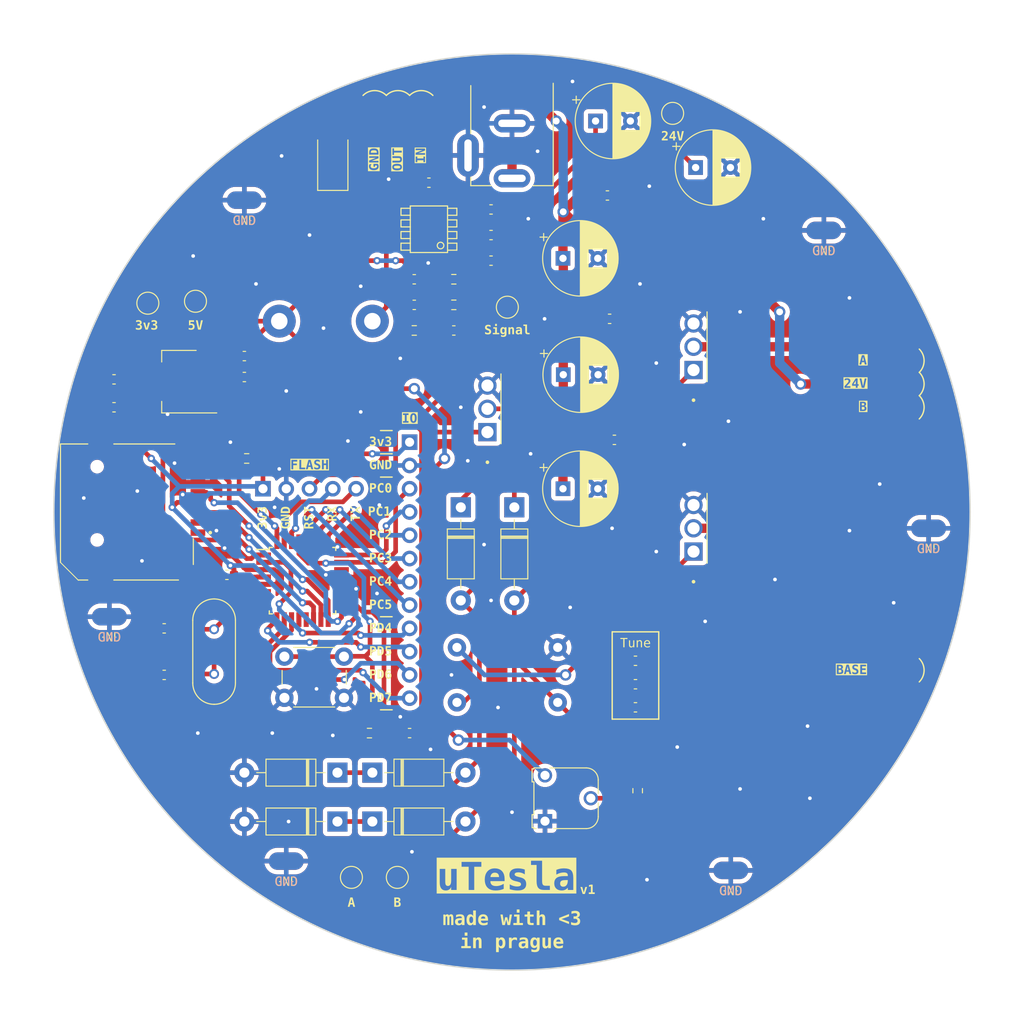
<source format=kicad_pcb>
(kicad_pcb (version 20221018) (generator pcbnew)
  (layers (0 "F.Cu" signal) (31 "B.Cu" signal) (34 "B.Paste" user) (35 "F.Paste" user) (36 "B.SilkS" user "B.Silkscreen") (37 "F.SilkS" user "F.Silkscreen") (38 "B.Mask" user) (39 "F.Mask" user) (44 "Edge.Cuts" user))
  (net 0 "")
  (net 1 "+24V")
  (net 2 "GND")
  (net 3 "Net-(U1-BST)")
  (net 4 "Net-(D1-K)")
  (net 5 "+5V")
  (net 6 "Net-(U1-FB)")
  (net 7 "+3V3")
  (net 8 "Net-(U3-XTAL1{slash}PB6)")
  (net 9 "Net-(U3-XTAL2{slash}PB7)")
  (net 10 "Net-(J2-Pin_3)")
  (net 11 "Net-(U3-~{RESET}{slash}PC6)")
  (net 12 "/Contacts/Base")
  (net 13 "Net-(D2-K)")
  (net 14 "Net-(D2-A)")
  (net 15 "Net-(D3-A)")
  (net 16 "Net-(D4-K)")
  (net 17 "Net-(D5-K)")
  (net 18 "Net-(J2-Pin_4)")
  (net 19 "Net-(J2-Pin_5)")
  (net 20 "Net-(J3-Pin_3)")
  (net 21 "Net-(J3-Pin_4)")
  (net 22 "Net-(J3-Pin_5)")
  (net 23 "Net-(J3-Pin_6)")
  (net 24 "Net-(J3-Pin_7)")
  (net 25 "Net-(J3-Pin_8)")
  (net 26 "Net-(J3-Pin_9)")
  (net 27 "Net-(J3-Pin_10)")
  (net 28 "Net-(J3-Pin_11)")
  (net 29 "Net-(J3-Pin_12)")
  (net 30 "/Microcontroller/Card")
  (net 32 "/Microcontroller/MISO")
  (net 33 "/Microcontroller/SCK")
  (net 34 "/Microcontroller/MOSI")
  (net 35 "/Microcontroller/CS")
  (net 37 "/Contacts/A")
  (net 38 "/Contacts/B")
  (net 39 "/Driver/Signal")
  (net 40 "Net-(R6-Pad2)")
  (net 41 "Net-(U1-DIM)")
  (net 47 "Net-(J1-Pad4)")
  (footprint "IRFZ44N:TO254P1016X419X2286-3" (layer "F.Cu") (at 137.018 77.6405 90)
    (fp_text reference "Q1" hide)
    (fp_text value "IRFZ44N")
  )
  (footprint "Resistor_SMD:R_0603_1608Metric" (layer "F.Cu") (at 110.744 83.058 180)
    (fp_text reference "R5" hide)
    (fp_text value "10k")
  )
  (footprint "Transformer_THT:Transformer_Toroid_Horizontal_D9.0mm_Amidon-T30" (layer "F.Cu") (at 144.692 103.68 180)
    (fp_text reference "T1" hide)
    (fp_text value "1:1")
  )
  (footprint "IRFZ44N:TO254P1016X419X2286-3" (layer "F.Cu") (at 159.512 90.678 90)
    (fp_text reference "Q3" hide)
    (fp_text value "IRFZ44N")
  )
  (footprint "Diode_THT:D_DO-41_SOD81_P10.16mm_Horizontal" (layer "F.Cu") (at 120.65 122.682 180)
    (fp_text reference "D7" hide)
    (fp_text value "1N5352")
  )
  (footprint "Package_QFP:TQFP-32_7x7mm_P0.8mm" (layer "F.Cu") (at 116.84 96.393)
    (fp_text reference "U3" hide)
    (fp_text value "ATmega328P-A")
  )
  (footprint "Resistor_SMD:R_0603_1608Metric" (layer "F.Cu") (at 124.142 113.03)
    (fp_text reference "R4" hide)
    (fp_text value "10k")
  )
  (footprint "Capacitor_SMD:C_0603_1608Metric" (layer "F.Cu") (at 153.175 107.696 180)
    (fp_text reference "C19" hide)
    (fp_text value "Tune")
  )
  (footprint "HC-49_U-S16000000ABJB:XTAL_HC49P488W43L1150T466H350" (layer "F.Cu") (at 107.188 104.14 -90)
    (fp_text reference "Y1" hide)
    (fp_text value "HC-49 16MHz")
  )
  (footprint "Capacitor_SMD:C_0603_1608Metric" (layer "F.Cu") (at 150.355 67.818)
    (fp_text reference "C22" hide)
    (fp_text value "1uF")
  )
  (footprint "Capacitor_SMD:C_0603_1608Metric" (layer "F.Cu") (at 153.175 105.137304 180)
    (fp_text reference "C18" hide)
    (fp_text value "Tune")
  )
  (footprint "Diode_THT:D_DO-41_SOD81_P10.16mm_Horizontal" (layer "F.Cu") (at 120.65 117.348 180)
    (fp_text reference "D6" hide)
    (fp_text value "1N5352")
  )
  (footprint "Resistor_SMD:R_0603_1608Metric" (layer "F.Cu") (at 133.35 63.5 180)
    (fp_text reference "R3" hide)
    (fp_text value "10k")
  )
  (footprint "TestPoint:TestPoint_Pad_D2.0mm" (layer "F.Cu") (at 139.192 66.548)
    (fp_text reference "TP4" hide)
    (fp_text value "Signal")
  )
  (footprint "TestPoint:TestPoint_Pad_D2.0mm" (layer "F.Cu") (at 105.156 65.9)
    (fp_text reference "TP2" hide)
    (fp_text value "5V")
  )
  (footprint "Capacitor_SMD:C_0603_1608Metric" (layer "F.Cu") (at 101.741 101.6 180)
    (fp_text reference "C14" hide)
    (fp_text value "22pF")
  )
  (footprint "Capacitor_THT:CP_Radial_D8.0mm_P3.80mm" (layer "F.Cu") (at 145.263349 86.36)
    (fp_text reference "C26" hide)
    (fp_text value "100uF")
  )
  (footprint "Capacitor_SMD:C_0603_1608Metric" (layer "F.Cu") (at 128.524 113.03 180)
    (fp_text reference "C16" hide)
    (fp_text value "100nF")
  )
  (footprint "TestPoint:TestPoint_Pad_D2.0mm" (layer "F.Cu") (at 99.955 66.11)
    (fp_text reference "TP3" hide)
    (fp_text value "3V3")
  )
  (footprint "Diode_THT:D_DO-41_SOD81_P10.16mm_Horizontal" (layer "F.Cu") (at 134.112 88.392 -90)
    (fp_text reference "D2" hide)
    (fp_text value "1N5819")
  )
  (footprint "Diode_THT:D_DO-41_SOD81_P10.16mm_Horizontal" (layer "F.Cu") (at 139.954 88.392 -90)
    (fp_text reference "D3" hide)
    (fp_text value "1N5819")
  )
  (footprint "Capacitor_SMD:C_0603_1608Metric" (layer "F.Cu") (at 110.49 74.168)
    (fp_text reference "C11" hide)
    (fp_text value "10uF")
  )
  (footprint "Capacitor_THT:CP_Radial_D8.0mm_P3.80mm" (layer "F.Cu") (at 148.819349 46.228)
    (fp_text reference "C1" hide)
    (fp_text value "100uF")
  )
  (footprint "DC-005:NINIGI_DC-005" (layer "F.Cu") (at 139.7 49.982 -90)
    (fp_text reference "J1" hide)
    (fp_text value "DC-005")
  )
  (footprint "Package_TO_SOT_SMD:SOT-223-3_TabPin2" (layer "F.Cu") (at 103.378 74.676 180)
    (fp_text reference "U2" hide)
    (fp_text value "AMS1117-3.3")
  )
  (footprint "Capacitor_SMD:C_0603_1608Metric" (layer "F.Cu") (at 153.175 110.217304 180)
    (fp_text reference "C20" hide)
    (fp_text value "Tune")
  )
  (footprint "Custom:SolderPad-1pin" (layer "F.Cu") (at 110.49 54.864)
    (fp_text reference "J7" hide)
    (fp_text value "~")
  )
  (footprint "Capacitor_SMD:C_0603_1608Metric" (layer "F.Cu") (at 101.741 106.68 180)
    (fp_text reference "C15" hide)
    (fp_text value "22pF")
  )
  (footprint "Potentiometer_THT:Potentiometer_Runtron_RM-065_Vertical" (layer "F.Cu") (at 143.302 122.642 90)
    (fp_text reference "RV1" hide)
    (fp_text value "1k")
  )
  (footprint "Resistor_SMD:R_0603_1608Metric" (layer "F.Cu") (at 133.35 66.294)
    (fp_text reference "R2" hide)
    (fp_text value "240k")
  )
  (footprint "Connector_PinHeader_2.54mm:PinHeader_1x12_P2.54mm_Vertical" (layer "F.Cu") (at 128.524 81.28)
    (fp_text reference "J3" hide)
    (fp_text value "IO")
  )
  (footprint "TestPoint:TestPoint_Pad_D2.0mm" (layer "F.Cu") (at 122.174 128.778)
    (fp_text reference "TP5" hide)
    (fp_text value "A")
  )
  (footprint "Capacitor_SMD:C_0603_1608Metric" (layer "F.Cu") (at 129.032 66.294 180)
    (fp_text reference "C8" hide)
    (fp_text value "470uF")
  )
  (footprint "Capacitor_THT:CP_Radial_D8.0mm_P3.80mm" (layer "F.Cu") (at 159.741349 51.308)
    (fp_text reference "C2" hide)
    (fp_text value "100uF")
  )
  (footprint "IRFZ44N:TO254P1016X419X2286-3" (layer "F.Cu") (at 159.512 70.866 90)
    (fp_text reference "Q2" hide)
    (fp_text value "IRFZ44N")
  )
  (footprint "Custom:SolderPad-1pin" (layer "F.Cu") (at 115.062 127)
    (fp_text reference "J9" hide)
    (fp_text value "~")
  )
  (footprint "Capacitor_SMD:C_0603_1608Metric" (layer "F.Cu") (at 110.49 71.882)
    (fp_text reference "C10" hide)
    (fp_text value "22uF")
  )
  (footprint "Custom:SolderPad-3pin" (layer "F.Cu") (at 127.254 45.974 -90)
    (fp_text reference "J19" hide)
    (fp_text value "~")
  )
  (footprint "Diode_SMD:D_SMA" (layer "F.Cu") (at 120.142 50.292 90)
    (fp_text reference "D1" hide)
    (fp_text value "SS110")
  )
  (footprint "Custom:SolderPad-1pin" (layer "F.Cu") (at 95.758 100.33)
    (fp_text reference "J8" hide)
    (fp_text value "~")
  )
  (footprint "Capacitor_SMD:C_0603_1608Metric" (layer "F.Cu") (at 137.414 55.88)
    (fp_text reference "C3" hide)
    (fp_text value "22uF")
  )
  (footprint "Custom:SolderPad-1pin" (layer "F.Cu") (at 163.576 128.016)
    (fp_text reference "J10" hide)
    (fp_text value "~")
  )
  (footprint "Capacitor_SMD:C_0603_1608Metric" (layer "F.Cu") (at 137.414 61.468)
    (fp_text reference "C5" hide)
    (fp_text value "2.2uF")
  )
  (footprint "Capacitor_SMD:C_0603_1608Metric" (layer "F.Cu") (at 96.266 74.422 180)
    (fp_text reference "C13" hide)
    (fp_text value "22uF")
  )
  (footprint "Capacitor_SMD:C_0603_1608Metric" (layer "F.Cu") (at 133.35 69.088)
    (fp_text reference "C9" hide)
    (fp_text value "100nF")
  )
  (footprint "Button_Switch_THT:SW_PUSH_6mm" (layer "F.Cu") (at 114.86 104.684)
    (fp_text reference "SW1" hide)
    (fp_text value "RST")
  )
  (footprint "Capacitor_SMD:C_0603_1608Metric" (layer "F.Cu") (at 150.876 81.026)
    (fp_text reference "C23" hide)
    (fp_text value "1uF")
  )
  (footprint "Custom:SolderPad-1pin" (layer "F.Cu") (at 185.166 90.678)
    (fp_text reference "J11" hide)
    (fp_text value "~")
  )
  (footprint "Capacitor_SMD:C_0603_1608Metric" (layer "F.Cu") (at 137.414 58.674)
    (fp_text reference "C4" hide)
    (fp_text value "22uF")
  )
  (footprint "Connector_PinHeader_2.54mm:PinHeader_1x05_P2.54mm_Vertical" (layer "F.Cu") (at 112.522 86.36 90)
    (fp_text reference "J2" hide)
    (fp_text value "Flash")
  )
  (footprint "Custom:SolderPad-1pin" (layer "F.Cu") (at 173.736 58.166)
    (fp_text reference "J12" hide)
    (fp_text value "~")
  )
  (footprint "TestPoint:TestPoint_Pad_D2.0mm" (layer "F.Cu") (at 157.231651 45.393)
    (fp_text reference "TP1" hide)
    (fp_text value "24V")
  )
  (footprint "TestPoint:TestPoint_Pad_D2.0mm" (layer "F.Cu") (at 127.184 128.778)
    (fp_text reference "TP6" hide)
    (fp_text value "B")
  )
  (footprint "Resistor_SMD:R_0603_1608Metric" (layer "F.Cu") (at 153.416 119.317 -90)
    (fp_text reference "R6" hide)
    (fp_text value "200R")
  )
  (footprint "Custom:SolderPad-3pin" (layer "F.Cu") (at 181.61 74.93)
    (fp_text reference "J5" hide)
    (fp_text value "~")
  )
  (footprint "Resistor_SMD:R_0603_1608Metric" (layer "F.Cu") (at 129.032 69.088 180)
    (fp_text reference "R1" hide)
    (fp_text value "470R")
  )
  (footprint "Capacitor_SMD:C_0603_1608Metric" (layer "F.Cu") (at 130.6322 52.959 180)
    (fp_text reference "C6" hide)
    (fp_text value "100nF")
  )
  (footprint "Capacitor_THT:CP_Radial_D8.0mm_P3.80mm" (layer "F.Cu") (at 145.263349 61.214)
    (fp_text reference "C24" hide)
    (fp_text value "100uF")
  )
  (footprint "Capacitor_SMD:C_0603_1608Metric" (layer "F.Cu") (at 96.266 77.47 180)
    (fp_text reference "C12" hide)
    (fp_text value "10uF")
  )
  (footprint "Inductor_THT:L_Toroid_Vertical_L26.7mm_W14.0mm_P10.16mm_Pulse_D" (layer "F.Cu") (at 124.46 68.072 -90)
    (fp_text reference "L1" hide)
    (fp_text value "33uH")
  )
  (footprint "MP9486A:SOIC-8EP" (layer "F.Cu") (at 130.6322 58.039 180)
    (fp_text reference "U1" hide)
    (fp_text value "MP9486A")
  )
  (footprint "Diode_THT:D_DO-41_SOD81_P10.16mm_Horizontal" (layer "F.Cu") (at 124.46 122.682)
    (fp_text reference "D5" hide)
    (fp_text value "1N5349")
  )
  (footprint "Custom:SolderPad-1pin" (layer "F.Cu") (at 181.61 106.172)
    (fp_text reference "J6" hide)
    (fp_text value "~")
  )
  (footprint "Capacitor_SMD:C_0603_1608Metric" (layer "F.Cu") (at 108.585 95.758 180)
    (fp_text reference "C17" hide)
    (fp_text value "100nF")
  )
  (footprint "Capacitor_SMD:C_0603_1608Metric" (layer "F.Cu") (at 150.114 54.356)
    (fp_text reference "C21" hide)
    (fp_text value "1uF")
  )
  (footprint "Diode_THT:D_DO-41_SOD81_P10.16mm_Horizontal" (layer "F.Cu") (at 124.46 117.348)
    (fp_text reference "D4" hide)
    (fp_text value "1N5349")
  )
  (footprint "MSD-1-A:CUI_MSD-1-A" (layer "F.Cu") (at 97.6705 88.9 -90)
    (fp_text reference "J4" hide)
    (fp_text value "MSD-1-A")
  )
  (footprint "Capacitor_THT:CP_Radial_D8.0mm_P3.80mm" (layer "F.Cu") (at 145.298 73.914)
    (fp_text reference "C25" hide)
    (fp_text value "100uF")
  )
  (footprint "Capacitor_SMD:C_0603_1608Metric" (layer "F.Cu") (at 129.032 63.5 180)
    (fp_text reference "C7" hide)
    (fp_text value "100nF")
  )
  (footprint "Custom:SolderPad-1pin" (layer "B.Cu") (at 163.576 128.016 180)
    (fp_text reference "J16" hide)
    (fp_text value "~")
  )
  (footprint "Custom:SolderPad-1pin" (layer "B.Cu") (at 185.166 90.678 180)
    (fp_text reference "J17" hide)
    (fp_text value "~")
  )
  (footprint "Custom:SolderPad-1pin" (layer "B.Cu") (at 95.758 100.33 180)
    (fp_text reference "J14" hide)
    (fp_text value "~")
  )
  (footprint "Custom:SolderPad-1pin" (layer "B.Cu") (at 110.49 54.864 180)
    (fp_text reference "J13" hide)
    (fp_text value "~")
  )
  (footprint "Custom:SolderPad-1pin" (layer "B.Cu") (at 173.736 58.166 180)
    (fp_text reference "J18" hide)
    (fp_text value "~")
  )
  (footprint "Custom:SolderPad-1pin" (layer "B.Cu") (at 115.062 127 180)
    (fp_text reference "J15" hide)
    (fp_text value "~")
  )
  (gr_line (start 126.619 110.49) (end 125.349 110.49) (stroke (width 0.15)) (layer "F.SilkS"))
  (gr_line (start 126.619 80.01) (end 125.349 80.01) (stroke (width 0.15)) (layer "F.SilkS"))
  (gr_arc (start 125.984 43.434) (mid 127.254 42.907949) (end 128.524 43.434) (stroke (width 0.15)) (layer "F.SilkS"))
  (gr_line (start 125.349 85.09) (end 126.619 85.09) (stroke (width 0.15)) (layer "F.SilkS"))
  (gr_arc (start 184.15 73.66) (mid 184.676051 74.93) (end 184.15 76.2) (stroke (width 0.15)) (layer "F.SilkS"))
  (gr_line (start 125.349 100.33) (end 126.619 100.33) (stroke (width 0.15)) (layer "F.SilkS"))
  (gr_arc (start 184.15 71.12) (mid 184.676051 72.39) (end 184.15 73.66) (stroke (width 0.15)) (layer "F.SilkS"))
  (gr_line (start 126.619 82.55) (end 125.349 82.55) (stroke (width 0.15)) (layer "F.SilkS"))
  (gr_line (start 150.635 111.506) (end 155.715 111.506) (stroke (width 0.15)) (layer "F.SilkS"))
  (gr_line (start 150.635 101.981) (end 155.715 101.981) (stroke (width 0.15)) (layer "F.SilkS"))
  (gr_arc (start 184.15 104.902) (mid 184.676051 106.172) (end 184.15 107.442) (stroke (width 0.15)) (layer "F.SilkS"))
  (gr_arc (start 184.15 76.2) (mid 184.676051 77.47) (end 184.15 78.74) (stroke (width 0.15)) (layer "F.SilkS"))
  (gr_line (start 150.635 101.981) (end 150.635 111.506) (stroke (width 0.15)) (layer "F.SilkS"))
  (gr_arc (start 128.524 43.434) (mid 129.794 42.907949) (end 131.064 43.434) (stroke (width 0.15)) (layer "F.SilkS"))
  (gr_arc (start 123.444 43.434) (mid 124.714 42.907949) (end 125.984 43.434) (stroke (width 0.15)) (layer "F.SilkS"))
  (gr_line (start 155.715 101.981) (end 155.715 111.506) (stroke (width 0.15)) (layer "F.SilkS"))
  (gr_circle (center 139.7 88.9) (end 189.7 88.9) (stroke (width 0.15)) (fill none) (layer "Edge.Cuts"))
  (gr_text "GND" (at 110.49 57.15) (layer "B.SilkS") (effects (font (size 1 1)) (justify mirror)))
  (gr_text "GND" (at 115.062 129.286) (layer "B.SilkS") (effects (font (size 1 1)) (justify mirror)))
  (gr_text "GND" (at 163.576 130.302) (layer "B.SilkS") (effects (font (size 1 1)) (justify mirror)))
  (gr_text "GND" (at 95.758 102.616) (layer "B.SilkS") (effects (font (size 1 1)) (justify mirror)))
  (gr_text "GND" (at 173.736 60.452) (layer "B.SilkS") (effects (font (size 1 1)) (justify mirror)))
  (gr_text "GND" (at 185.166 92.964) (layer "B.SilkS") (effects (font (size 1 1)) (justify mirror)))
  (gr_text "3v3" (at 126.619 81.28) (layer "F.SilkS") (effects (font (size 1 1) (thickness 0.2) bold) (justify right)))
  (gr_text "uTesla" (at 139.065 128.905) (layer "F.SilkS" knockout) (effects (font (size 3 3) (thickness 0.2) bold)))
  (gr_text "PC2" (at 126.619 91.44) (layer "F.SilkS") (effects (font (size 1 1) (thickness 0.2) bold) (justify right)))
  (gr_text "PC5" (at 126.619 99.06) (layer "F.SilkS") (effects (font (size 1 1) (thickness 0.2) bold) (justify right)))
  (gr_text "Tune" (at 153.175 103.251) (layer "F.SilkS") (effects (font (size 1 1))))
  (gr_text "PD5" (at 126.619 104.14) (layer "F.SilkS") (effects (font (size 1 1) (thickness 0.2) bold) (justify right)))
  (gr_text "GND" (at 124.714 49.149 90) (layer "F.SilkS" knockout) (effects (font (size 1 1) (thickness 0.2) bold) (justify right)))
  (gr_text "made with <3\nin prague" (at 139.7 134.62) (layer "F.SilkS") (effects (font (size 1.5 1.5) (thickness 0.2) bold)))
  (gr_text "GND" (at 163.576 130.302) (layer "F.SilkS") (effects (font (size 1 1))))
  (gr_text "BASE" (at 178.435 106.172) (layer "F.SilkS" knockout) (effects (font (size 1 1) (thickness 0.2) bold) (justify right)))
  (gr_text "GND" (at 115.062 129.286) (layer "F.SilkS") (effects (font (size 1 1))))
  (gr_text "GND" (at 95.758 102.616) (layer "F.SilkS") (effects (font (size 1 1))))
  (gr_text "Signal" (at 139.192 69.088) (layer "F.SilkS") (effects (font (size 1 1) (thickness 0.2) bold)))
  (gr_text "PD6" (at 126.619 106.68) (layer "F.SilkS") (effects (font (size 1 1) (thickness 0.2) bold) (justify right)))
  (gr_text "OUT" (at 127.254 49.149 90) (layer "F.SilkS" knockout) (effects (font (size 1 1) (thickness 0.2) bold) (justify right)))
  (gr_text "A" (at 122.174 131.572) (layer "F.SilkS") (effects (font (size 1 1) (thickness 0.2) bold)))
  (gr_text "TX" (at 122.682 88.265 90) (layer "F.SilkS") (effects (font (size 1 1) (thickness 0.2) bold) (justify right)))
  (gr_text "24V" (at 157.231651 47.933) (layer "F.SilkS") (effects (font (size 1 1) (thickness 0.2) bold)))
  (gr_text "PD7" (at 126.619 109.22) (layer "F.SilkS") (effects (font (size 1 1) (thickness 0.2) bold) (justify right)))
  (gr_text "PC1" (at 126.492 88.9) (layer "F.SilkS") (effects (font (size 1 1) (thickness 0.2) bold) (justify right)))
  (gr_text "RST" (at 117.602 88.265 90) (layer "F.SilkS") (effects (font (size 1 1) (thickness 0.2) bold) (justify right)))
  (gr_text "GND" (at 126.619 83.82) (layer "F.SilkS") (effects (font (size 1 1) (thickness 0.2) bold) (justify right)))
  (gr_text "PC3" (at 126.619 93.98) (layer "F.SilkS") (effects (font (size 1 1) (thickness 0.2) bold) (justify right)))
  (gr_text "3v3" (at 112.522 88.265 90) (layer "F.SilkS") (effects (font (size 1 1) (thickness 0.2) bold) (justify right)))
  (gr_text "FLASH" (at 117.602 83.82) (layer "F.SilkS" knockout) (effects (font (size 1 1) (thickness 0.2) bold)))
  (gr_text "PD4" (at 126.619 101.6) (layer "F.SilkS") (effects (font (size 1 1) (thickness 0.2) bold) (justify right)))
  (gr_text "GND" (at 115.062 88.265 90) (layer "F.SilkS") (effects (font (size 1 1) (thickness 0.2) bold) (justify right)))
  (gr_text "PC0" (at 126.619 86.36) (layer "F.SilkS") (effects (font (size 1 1) (thickness 0.2) bold) (justify right)))
  (gr_text "v1" (at 147.955 130.175) (layer "F.SilkS") (effects (font (size 1 1) (thickness 0.2) bold)))
  (gr_text "5V" (at 105.156 68.58) (layer "F.SilkS") (effects (font (size 1 1) (thickness 0.2) bold)))
  (gr_text "GND" (at 173.736 60.452) (layer "F.SilkS") (effects (font (size 1 1))))
  (gr_text "3v3" (at 99.822 68.58) (layer "F.SilkS") (effects (font (size 1 1) (thickness 0.2) bold)))
  (gr_text "A" (at 178.435 72.39) (layer "F.SilkS" knockout) (effects (font (size 1 1) (thickness 0.2) bold) (justify right)))
  (gr_text "RX" (at 120.142 88.265 90) (layer "F.SilkS") (effects (font (size 1 1) (thickness 0.2) bold) (justify right)))
  (gr_text "GND" (at 110.49 57.15) (layer "F.SilkS") (effects (font (size 1 1))))
  (gr_text "PC4" (at 126.619 96.52) (layer "F.SilkS") (effects (font (size 1 1) (thickness 0.2) bold) (justify right)))
  (gr_text "IO" (at 128.524 78.74) (layer "F.SilkS" knockout) (effects (font (size 1 1) (thickness 0.2) bold)))
  (gr_text "B" (at 178.435 77.47) (layer "F.SilkS" knockout) (effects (font (size 1 1) (thickness 0.2) bold) (justify right)))
  (gr_text "24V" (at 178.435 74.93) (layer "F.SilkS" knockout) (effects (font (size 1 1) (thickness 0.2) bold) (justify right)))
  (gr_text "GND" (at 185.166 92.964) (layer "F.SilkS") (effects (font (size 1 1))))
  (gr_text "B" (at 127.184 131.572) (layer "F.SilkS") (effects (font (size 1 1) (thickness 0.2) bold)))
  (gr_text "IN" (at 129.794 49.149 90) (layer "F.SilkS" knockout) (effects (font (size 1 1) (thickness 0.2) bold) (justify right)))
  (segment (start 128.524 42.672) (end 127.254 43.942) (width 1.016) (layer "F.Cu") (net 1))
  (segment (start 136.639 58.674) (end 136.639 58.407) (width 0.508) (layer "F.Cu") (net 1))
  (segment (start 149.58 67.818) (end 147.584 67.818) (width 1.016) (layer "F.Cu") (net 1))
  (segment (start 147.066 54.356) (end 145.288 56.134) (width 1.016) (layer "F.Cu") (net 1))
  (segment (start 148.819349 48.792651) (end 157.226 48.792651) (width 0.508) (layer "F.Cu") (net 1))
  (segment (start 152.4 57.912) (end 159.766 57.912) (width 1.016) (layer "F.Cu") (net 1))
  (segment (start 140.97 42.672) (end 128.524 42.672) (width 1.016) (layer "F.Cu") (net 1))
  (segment (start 147.066 57.912) (end 152.4 57.912) (width 1.016) (layer "F.Cu") (net 1))
  (segment (start 145.298 73.914) (end 145.298 65.532) (width 1.016) (layer "F.Cu") (net 1))
  (segment (start 137.668 54.356) (end 143.256 54.356) (width 0.508) (layer "F.Cu") (net 1))
  (segment (start 136.639 55.88) (end 136.639 55.385) (width 0.508) (layer "F.Cu") (net 1))
  (segment (start 134.874 54.864) (end 127.254 47.244) (width 0.508) (layer "F.Cu") (net 1))
  (segment (start 145.298 65.532) (end 145.298 61.248651) (width 1.016) (layer "F.Cu") (net 1))
  (segment (start 145.298 77.216) (end 145.263349 77.250651) (width 1.016) (layer "F.Cu") (net 1))
  (segment (start 171.196 74.93) (end 181.61 74.93) (width 1.016) (layer "F.Cu") (net 1))
  (segment (start 127.254 43.942) (end 127.254 45.974) (width 1.016) (layer "F.Cu") (net 1))
  (segment (start 148.819349 48.792651) (end 148.819349 46.228) (width 0.508) (layer "F.Cu") (net 1))
  (segment (start 136.639 61.468) (end 136.639 58.674) (width 0.508) (layer "F.Cu") (net 1))
  (segment (start 145.263349 56.158651) (end 145.288 56.134) (width 1.016) (layer "F.Cu") (net 1))
  (segment (start 136.639 58.407) (end 134.874 56.642) (width 0.508) (layer "F.Cu") (net 1))
  (segment (start 159.766 57.912) (end 168.91 67.056) (width 1.016) (layer "F.Cu") (net 1))
  (segment (start 145.288 56.134) (end 147.066 57.912) (width 1.016) (layer "F.Cu") (net 1))
  (segment (start 133.35 57.404) (end 134.112 57.404) (width 0.508) (layer "F.Cu") (net 1))
  (segment (start 144.526 46.228) (end 140.97 42.672) (width 1.016) (layer "F.Cu") (net 1))
  (segment (start 149.108 81.026) (end 147.076 78.994) (width 1.016) (layer "F.Cu") (net 1))
  (segment (start 145.263349 61.214) (end 145.263349 56.158651) (width 1.016) (layer "F.Cu") (net 1))
  (segment (start 134.112 57.404) (end 134.874 56.642) (width 0.508) (layer "F.Cu") (net 1))
  (segment (start 136.639 55.385) (end 137.668 54.356) (width 0.508) (layer "F.Cu") (net 1))
  (segment (start 157.226 48.792651) (end 157.226 45.398651) (width 0.508) (layer "F.Cu") (net 1))
  (segment (start 157.226 48.792651) (end 159.741349 51.308) (width 0.508) (layer "F.Cu") (net 1))
  (segment (start 136.639 58.674) (end 136.639 55.88) (width 0.508) (layer "F.Cu") (net 1))
  (segment (start 134.874 56.642) (end 134.874 54.864) (width 0.508) (layer "F.Cu") (net 1))
  (segment (start 145.263349 86.36) (end 145.263349 77.250651) (width 1.016) (layer "F.Cu") (net 1))
  (segment (start 145.298 73.914) (end 145.298 77.216) (width 1.016) (layer "F.Cu") (net 1))
  (segment (start 127.254 47.244) (end 127.254 45.974) (width 0.508) (layer "F.Cu") (net 1))
  (segment (start 145.298 61.248651) (end 145.263349 61.214) (width 1.016) (layer "F.Cu") (net 1))
  (segment (start 150.101 81.026) (end 149.108 81.026) (width 1.016) (layer "F.Cu") (net 1))
  (segment (start 149.339 54.356) (end 147.066 54.356) (width 1.016) (layer "F.Cu") (net 1))
  (segment (start 157.226 45.398651) (end 157.231651 45.393) (width 0.508) (layer "F.Cu") (net 1))
  (segment (start 143.256 54.356) (end 148.819349 48.792651) (width 0.508) (layer "F.Cu") (net 1))
  (segment (start 147.076 78.994) (end 145.298 77.216) (width 1.016) (layer "F.Cu") (net 1))
  (segment (start 127.254 45.974) (end 127.254 46.99) (width 1.016) (layer "F.Cu") (net 1))
  (segment (start 147.584 67.818) (end 145.298 65.532) (width 1.016) (layer "F.Cu") (net 1))
  (via (at 145.288 56.134) (size 1.25) (drill 0.75) (layers "F.Cu" "B.Cu") (net 1))
  (via (at 171.196 74.93) (size 1.25) (drill 0.75) (layers "F.Cu" "B.Cu") (net 1))
  (via (at 144.526 46.228) (size 1.25) (drill 0.75) (layers "F.Cu" "B.Cu") (net 1))
  (via (at 168.91 67.056) (size 1.25) (drill 0.75) (layers "F.Cu" "B.Cu") (net 1))
  (segment (start 145.288 46.99) (end 144.526 46.228) (width 1.016) (layer "B.Cu") (net 1))
  (segment (start 168.91 72.644) (end 171.196 74.93) (width 1.016) (layer "B.Cu") (net 1))
  (segment (start 168.91 67.056) (end 168.91 72.644) (width 1.016) (layer "B.Cu") (net 1))
  (segment (start 145.288 56.134) (end 145.288 46.99) (width 1.016) (layer "B.Cu") (net 1))
  (segment (start 114.3 96.393) (end 113.9 96.793) (width 0.508) (layer "F.Cu") (net 2))
  (segment (start 121.09 95.993) (end 122.155 95.993) (width 0.508) (layer "F.Cu") (net 2))
  (segment (start 110.687 95.193) (end 109.22 93.726) (width 0.508) (layer "F.Cu") (net 2))
  (segment (start 120.65 92.71) (end 125.222 88.138) (width 0.508) (layer "F.Cu") (net 2))
  (segment (start 119.615 95.993) (end 119.38 95.758) (width 0.508) (layer "F.Cu") (net 2))
  (segment (start 102.87 83.566) (end 102.87 86.106) (width 0.508) (layer "F.Cu") (net 2))
  (segment (start 121.09 95.993) (end 119.615 95.993) (width 0.508) (layer "F.Cu") (net 2))
  (segment (start 113.9 96.793) (end 112.59 96.793) (width 0.508) (layer "F.Cu") (net 2))
  (segment (start 113.735 95.193) (end 114.3 95.758) (width 0.508) (layer "F.Cu") (net 2))
  (segment (start 108.204 93.726) (end 107.81 94.12) (width 0.508) (layer "F.Cu") (net 2))
  (segment (start 107.81 94.12) (end 107.81 95.758) (width 0.508) (layer "F.Cu") (net 2))
  (segment (start 102.87 82.4005) (end 104.1205 81.15) (width 0.508) (layer "F.Cu") (net 2))
  (segment (start 112.59 95.193) (end 110.687 95.193) (width 0.508) (layer "F.Cu") (net 2))
  (segment (start 122.682 96.52) (end 122.682 97.282) (width 0.508) (layer "F.Cu") (net 2))
  (segment (start 122.155 95.993) (end 122.682 96.52) (width 0.508) (layer "F.Cu") (net 2))
  (segment (start 114.3 95.758) (end 114.3 96.393) (width 0.508) (layer "F.Cu") (net 2))
  (segment (start 113.735 95.193) (end 112.59 95.193) (width 0.508) (layer "F.Cu") (net 2))
  (segment (start 127.9144 59.944) (end 128.778 59.944) (width 0.508) (layer "F.Cu") (net 2))
  (segment (start 102.87 86.106) (end 103.759 86.995) (width 0.508) (layer "F.Cu") (net 2))
  (segment (start 109.22 93.726) (end 108.204 93.726) (width 0.508) (layer "F.Cu") (net 2))
  (segment (start 128.778 59.944) (end 130.556 61.722) (width 0.508) (layer "F.Cu") (net 2))
  (segment (start 102.87 83.566) (end 102.87 82.4005) (width 0.508) (layer "F.Cu") (net 2))
  (segment (start 108.331 92.837) (end 109.22 93.726) (width 0.508) (layer "F.Cu") (net 2))
  (via (at 136.652 92.456) (size 0.8) (drill 0.4) (layers "F.Cu" "B.Cu") (net 2))
  (via (at 130.81 114.808) (size 0.8) (drill 0.4) (layers "F.Cu" "B.Cu") (net 2))
  (via (at 141.478 56.896) (size 0.8) (drill 0.4) (layers "F.Cu" "B.Cu") (net 2))
  (via (at 104.902 60.96) (size 0.8) (drill 0.4) (layers "F.Cu" "B.Cu") (net 2))
  (via (at 127.508 72.136) (size 0.8) (drill 0.4) (layers "F.Cu" "B.Cu") (net 2))
  (via (at 120.65 92.71) (size 0.8) (drill 0.4) (layers "F.Cu" "B.Cu") (net 2))
  (via (at 99.314 94.234) (size 0.8) (drill 0.4) (layers "F.Cu" "B.Cu") (net 2))
  (via (at 120.142 113.284) (size 0.8) (drill 0.4) (layers "F.Cu" "B.Cu") (net 2))
  (via (at 127.508 111.252) (size 0.8) (drill 0.4) (layers "F.Cu" "B.Cu") (net 2))
  (via (at 115.062 75.692) (size 0.8) (drill 0.4) (layers "F.Cu" "B.Cu") (net 2))
  (via (at 113.792 88.392) (size 0.8) (drill 0.4) (layers "F.Cu" "B.Cu") (net 2))
  (via (at 133.096 106.68) (size 0.8) (drill 0.4) (layers "F.Cu" "B.Cu") (net 2))
  (via (at 155.448 72.644) (size 0.8) (drill 0.4) (layers "F.Cu" "B.Cu") (net 2))
  (via (at 137.414 98.552) (size 0.8) (drill 0.4) (layers "F.Cu" "B.Cu") (net 2))
  (via (at 134.874 83.312) (size 0.8) (drill 0.4) (layers "F.Cu" "B.Cu") (net 2))
  (via (at 114.3 84.201) (size 0.8) (drill 0.4) (layers "F.Cu" "B.Cu") (net 2))
  (via (at 172.212 120.142) (size 0.8) (drill 0.4) (layers "F.Cu" "B.Cu") (net 2))
  (via (at 122.682 97.282) (size 0.8) (drill 0.4) (layers "F.Cu" "B.Cu") (net 2))
  (via (at 139.7 121.666) (size 0.8) (drill 0.4) (layers "F.Cu" "B.Cu") (net 2))
  (via (at 119.126 68.834) (size 0.8) (drill 0.4) (layers "F.Cu" "B.Cu") (net 2))
  (via (at 146.304 41.91) (size 0.8) (drill 0.4) (layers "F.Cu" "B.Cu") (net 2))
  (via (at 136.652 44.704) (size 0.8) (drill 0.4) (layers "F.Cu" "B.Cu") (net 2))
  (via (at 155.448 93.218) (size 0.8) (drill 0.4) (layers "F.Cu" "B.Cu") (net 2))
  (via (at 164.592 119.126) (size 0.8) (drill 0.4) (layers "F.Cu" "B.Cu") (net 2))
  (via (at 134.112 77.47) (size 0.8) (drill 0.4) (layers "F.Cu" "B.Cu") (net 2))
  (via (at 105.41 113.03) (size 0.8) (drill 0.4) (layers "F.Cu" "B.Cu") (net 2))
  (via (at 164.592 67.056) (size 0.8) (drill 0.4) (layers "F.Cu" "B.Cu") (net 2))
  (via (at 141.732 82.55) (size 0.8) (drill 0.4) (layers "F.Cu" "B.Cu") (net 2))
  (via (at 176.53 65.532) (size 0.8) (drill 0.4) (layers "F.Cu" "B.Cu") (net 2))
  (via (at 98.806 86.614) (size 0.8) (drill 0.4) (layers "F.Cu" "B.Cu") (net 2))
  (via (at 171.958 112.268) (size 0.8) (drill 0.4) (layers "F.Cu" "B.Cu") (net 2))
  (via (at 102.87 83.566) (size 0.8) (drill 0.4) (layers "F.Cu" "B.Cu") (net 2))
  (via (at 154.686 53.34) (size 0.8) (drill 0.4) (layers "F.Cu" "B.Cu") (net 2))
  (via (at 179.832 85.852) (size 0.8) (drill 0.4) (layers "F.Cu" "B.Cu") (net 2))
  (via (at 103.759 86.995) (size 0.8) (drill 0.4) (layers "F.Cu" "B.Cu") (net 2))
  (via (at 167.132 56.896) (size 0.8) (drill 0.4) (layers "F.Cu" "B.Cu") (net 2))
  (via (at 128.778 125.984) (size 0.8) (drill 0.4) (layers "F.Cu" "B.Cu") (net 2))
  (via (at 117.602 58.674) (size 0.8) (drill 0.4) (layers "F.Cu" "B.Cu") (net 2))
  (via (at 126.238 52.578) (size 0.8) (drill 0.4) (layers "F.Cu" "B.Cu") (net 2))
  (via (at 163.322 78.994) (size 0.8) (drill 0.4) (layers "F.Cu" "B.Cu") (net 2))
  (via (at 157.734 114.554) (size 0.8) (drill 0.4) (layers "F.Cu" "B.Cu") (net 2))
  (via (at 124.968 97.79) (size 0.8) (drill 0.4) (layers "F.Cu" "B.Cu") (net 2))
  (via (at 158.496 81.534) (size 0.8) (drill 0.4) (layers "F.Cu" "B.Cu") (net 2))
  (via (at 138.176 110.236) (size 0.8) (drill 0.4) (layers "F.Cu" "B.Cu") (net 2))
  (via (at 160.782 100.838) (size 0.8) (drill 0.4) (layers "F.Cu" "B.Cu") (net 2))
  (via (at 102.108 78.232) (size 0.8) (drill 0.4) (layers "F.Cu" "B.Cu") (net 2))
  (via (at 176.53 90.932) (size 0.8) (drill 0.4) (layers "F.Cu" "B.Cu") (net 2))
  (via (at 115.316 122.682) (size 0.8) (drill 0.4) (layers "F.Cu" "B.Cu") (net 2))
  (via (at 181.356 98.806) (size 0.8) (drill 0.4) (layers "F.Cu" "B.Cu") (net 2))
  (via (at 123.19 64.262) (size 0.8) (drill 0.4) (layers "F.Cu" "B.Cu") (net 2))
  (via (at 150.622 90.678) (size 0.8) (drill 0.4) (layers "F.Cu" "B.Cu") (net 2))
  (via (at 168.402 96.266) (size 0.8) (drill 0.4) (layers "F.Cu" "B.Cu") (net 2))
  (via (at 121.793 81.153) (size 0.8) (drill 0.4) (layers "F.Cu" "B.Cu") (net 2))
  (via (at 125.222 88.138) (size 0.8) (drill 0.4) (layers "F.Cu" "B.Cu") (net 2))
  (via (at 114.554 50.038) (size 0.8) (drill 0.4) (layers "F.Cu" "B.Cu") (net 2))
  (via (at 154.432 129.032) (size 0.8) (drill 0.4) (layers "F.Cu" "B.Cu") (net 2))
  (via (at 107.442 90.932) (size 0.8) (drill 0.4) (layers "F.Cu" "B.Cu") (net 2))
  (via (at 119.38 95.758) (size 0.8) (drill 0.4) (layers "F.Cu" "B.Cu") (net 2))
  (via (at 108.966 81.28) (size 0.8) (drill 0.4) (layers "F.Cu" "B.Cu") (net 2))
  (via (at 108.331 92.837) (size 0.8) (drill 0.4) (layers "F.Cu" "B.Cu") (net 2))
  (via (at 118.364 108.204) (size 0.8) (drill 0.4) (layers "F.Cu" "B.Cu") (net 2))
  (via (at 153.67 64.008) (size 0.8) (drill 0.4) (layers "F.Cu" "B.Cu") (net 2))
  (via (at 143.256 67.818) (size 0.8) (drill 0.4) (layers "F.Cu" "B.Cu") (net 2))
  (via (at 113.538 113.03) (size 0.8) (drill 0.4) (layers "F.Cu" "B.Cu") (net 2))
  (via (at 142.494 49.53) (size 0.8) (drill 0.4) (layers "F.Cu" "B.Cu") (net 2))
  (via (at 146.05 99.314) (size 0.8) (drill 0.4) (layers "F.Cu" "B.Cu") (net 2))
  (via (at 111.76 64.008) (size 0.8) (drill 0.4) (layers "F.Cu" "B.Cu") (net 2))
  (via (at 130.556 61.722) (size 0.8) (drill 0.4) (layers "F.Cu" "B.Cu") (net 2))
  (via (at 123.19 77.978) (size 0.8) (drill 0.4) (layers "F.Cu" "B.Cu") (net 2))
  (via (at 92.964 87.376) (size 0.8) (drill 0.4) (layers "F.Cu" "B.Cu") (net 2))
  (segment (start 118.11 94.488) (end 114.808 91.186) (width 0.508) (layer "B.Cu") (net 2))
  (segment (start 121.158 103.124) (end 120.142 103.124) (width 0.508) (layer "B.Cu") (net 2))
  (segment (start 114.808 91.186) (end 114.808 89.408) (width 0.508) (layer "B.Cu") (net 2))
  (segment (start 108.331 91.821) (end 108.331 92.837) (width 0.508) (layer "B.Cu") (net 2))
  (segment (start 107.442 90.932) (end 108.331 91.821) (width 0.508) (layer "B.Cu") (net 2))
  (segment (start 122.936 100.584) (end 122.936 101.346) (width 0.508) (layer "B.Cu") (net 2))
  (segment (start 122.682 100.33) (end 122.936 100.584) (width 0.508) (layer "B.Cu") (net 2))
  (segment (start 118.11 94.488) (end 118.11 93.726) (width 0.508) (layer "B.Cu") (net 2))
  (segment (start 106.68 86.868) (end 105.664 87.884) (width 0.508) (layer "B.Cu") (net 2))
  (segment (start 113.538 88.138) (end 111.506 88.138) (width 0.508) (layer "B.Cu") (net 2))
  (segment (start 119.126 92.71) (end 120.65 92.71) (width 0.508) (layer "B.Cu") (net 2))
  (segment (start 111.506 88.138) (end 110.236 86.868) (width 0.508) (layer "B.Cu") (net 2))
  (segment (start 103.759 86.995) (end 104.775 86.995) (width 0.508) (layer "B.Cu") (net 2))
  (segment (start 105.664 89.154) (end 107.442 90.932) (width 0.508) (layer "B.Cu") (net 2))
  (segment (start 118.11 93.726) (end 119.126 92.71) (width 0.508) (layer "B.Cu") (net 2))
  (segment (start 119.38 95.758) (end 118.11 94.488) (width 0.508) (layer "B.Cu") (net 2))
  (segment (start 120.142 103.124) (end 118.364 104.902) (width 0.508) (layer "B.Cu") (net 2))
  (segment (start 122.682 97.282) (end 122.682 100.33) (width 0.508) (layer "B.Cu") (net 2))
  (segment (start 104.775 86.995) (end 105.664 87.884) (width 0.508) (layer "B.Cu") (net 2))
  (segment (start 122.936 101.346) (end 121.158 103.124) (width 0.508) (layer "B.Cu") (net 2))
  (segment (start 105.664 87.884) (end 105.664 89.154) (width 0.508) (layer "B.Cu") (net 2))
  (segment (start 113.792 88.392) (end 113.538 88.138) (width 0.508) (layer "B.Cu") (net 2))
  (segment (start 118.364 104.902) (end 118.364 108.204) (width 0.508) (layer "B.Cu") (net 2))
  (segment (start 110.236 86.868) (end 106.68 86.868) (width 0.508) (layer "B.Cu") (net 2))
  (segment (start 114.808 89.408) (end 113.792 88.392) (width 0.508) (layer "B.Cu") (net 2))
  (segment (start 131.4072 52.959) (end 133.35 54.9018) (width 0.508) (layer "F.Cu") (net 3))
  (segment (start 133.35 54.9018) (end 133.35 56.134) (width 0.508) (layer "F.Cu") (net 3))
  (segment (start 124.46 68.072) (end 125.984 66.548) (width 0.508) (layer "F.Cu") (net 4))
  (segment (start 125.984 66.548) (end 125.984 56.896) (width 0.508) (layer "F.Cu") (net 4))
  (segment (start 127.9144 54.9018) (end 129.8572 52.959) (width 0.508) (layer "F.Cu") (net 4))
  (segment (start 120.142 52.292) (end 121.38 52.292) (width 0.508) (layer "F.Cu") (net 4))
  (segment (start 127.9144 56.134) (end 127.9144 54.9018) (width 0.508) (layer "F.Cu") (net 4))
  (segment (start 121.38 52.292) (end 125.984 56.896) (width 0.508) (layer "F.Cu") (net 4))
  (segment (start 127.9144 56.134) (end 126.746 56.134) (width 0.508) (layer "F.Cu") (net 4))
  (segment (start 126.746 56.134) (end 125.984 56.896) (width 0.508) (layer "F.Cu") (net 4))
  (segment (start 121.666 75.438) (end 129.032 75.438) (width 0.508) (layer "F.Cu") (net 5))
  (segment (start 114.3 68.072) (end 120.904 61.468) (width 0.508) (layer "F.Cu") (net 5))
  (segment (start 107.022 71.882) (end 109.715 71.882) (width 0.508) (layer "F.Cu") (net 5))
  (segment (start 129.807 66.294) (end 129.807 63.5) (width 0.508) (layer "F.Cu") (net 5))
  (segment (start 107.328 68.072) (end 105.156 65.9) (width 0.508) (layer "F.Cu") (net 5))
  (segment (start 132.334 83.058) (end 131.064 84.328) (width 0.508) (layer "F.Cu") (net 5))
  (segment (start 127 61.468) (end 127.775 61.468) (width 0.508) (layer "F.Cu") (net 5))
  (segment (start 106.528 72.376) (end 107.022 71.882) (width 0.508) (layer "F.Cu") (net 5))
  (segment (start 132.525 66.294) (end 132.525 66.218) (width 0.508) (layer "F.Cu") (net 5))
  (segment (start 129.857 66.344) (end 129.807 66.294) (width 0.508) (layer "F.Cu") (net 5))
  (segment (start 131.064 92.964) (end 131.064 110.998) (width 0.508) (layer "F.Cu") (net 5))
  (segment (start 132.525 69.038) (end 132.575 69.088) (width 0.508) (layer "F.Cu") (net 5))
  (segment (start 127.775 61.468) (end 129.807 63.5) (width 0.508) (layer "F.Cu") (net 5))
  (segment (start 109.715 74.168) (end 109.715 71.882) (width 0.508) (layer "F.Cu") (net 5))
  (segment (start 132.525 66.294) (end 132.525 69.038) (width 0.508) (layer "F.Cu") (net 5))
  (segment (start 114.3 68.072) (end 121.666 75.438) (width 0.508) (layer "F.Cu") (net 5))
  (segment (start 114.3 68.072) (end 107.328 68.072) (width 0.508) (layer "F.Cu") (net 5))
  (segment (start 132.525 66.218) (end 129.807 63.5) (width 0.508) (layer "F.Cu") (net 5))
  (segment (start 131.064 84.328) (end 131.064 92.964) (width 0.508) (layer "F.Cu") (net 5))
  (segment (start 120.904 61.468) (end 124.968 61.468) (width 0.508) (layer "F.Cu") (net 5))
  (segment (start 131.064 110.998) (end 133.858 113.792) (width 0.508) (layer "F.Cu") (net 5))
  (segment (start 109.715 71.882) (end 113.525 68.072) (width 0.508) (layer "F.Cu") (net 5))
  (segment (start 129.857 69.088) (end 129.857 66.344) (width 0.508) (layer "F.Cu") (net 5))
  (segment (start 113.525 68.072) (end 114.3 68.072) (width 0.508) (layer "F.Cu") (net 5))
  (via (at 127 61.468) (size 0.8) (drill 0.4) (layers "F.Cu" "B.Cu") (net 5))
  (via (at 132.334 83.058) (size 1.25) (drill 0.75) (layers "F.Cu" "B.Cu") (net 5))
  (via (at 129.032 75.438) (size 1.25) (drill 0.75) (layers "F.Cu" "B.Cu") (net 5))
  (via (at 133.858 113.792) (size 1.25) (drill 0.75) (layers "F.Cu" "B.Cu") (net 5))
  (via (at 124.968 61.468) (size 0.8) (drill 0.4) (layers "F.Cu" "B.Cu") (net 5))
  (segment (start 139.452 113.792) (end 143.302 117.642) (width 0.508) (layer "B.Cu") (net 5))
  (segment (start 129.032 75.438) (end 132.334 78.74) (width 0.508) (layer "B.Cu") (net 5))
  (segment (start 124.968 61.468) (end 127 61.468) (width 0.508) (layer "B.Cu") (net 5))
  (segment (start 133.858 113.792) (end 139.452 113.792) (width 0.508) (layer "B.Cu") (net 5))
  (segment (start 132.334 78.74) (end 132.334 83.058) (width 0.508) (layer "B.Cu") (net 5))
  (segment (start 134.175 66.294) (end 134.175 63.5) (width 0.508) (layer "F.Cu") (net 6))
  (segment (start 134.175 60.769) (end 133.35 59.944) (width 0.508) (layer "F.Cu") (net 6))
  (segment (start 134.175 63.5) (end 134.175 60.769) (width 0.508) (layer "F.Cu") (net 6))
  (segment (start 134.125 66.344) (end 134.175 66.294) (width 0.508) (layer "F.Cu") (net 6))
  (segment (start 134.125 69.088) (end 134.125 66.344) (width 0.508) (layer "F.Cu") (net 6))
  (segment (start 122.682 99.06) (end 122.015 98.393) (width 0.508) (layer "F.Cu") (net 7))
  (segment (start 111.569 83.058) (end 112.522 84.011) (width 0.508) (layer "F.Cu") (net 7))
  (segment (start 109.36 95.136) (end 108.966 94.742) (width 0.508) (layer "F.Cu") (net 7))
  (segment (start 125.73 112.267) (end 124.967 113.03) (width 0.508) (layer "F.Cu") (net 7))
  (segment (start 100.228 66.383) (end 100.228 74.676) (width 0.508) (layer "F.Cu") (net 7))
  (segment (start 99.974 74.422) (end 100.228 74.676) (width 0.508) (layer "F.Cu") (net 7))
  (segment (start 97.041 74.422) (end 97.041 77.47) (width 0.508) (layer "F.Cu") (net 7))
  (segment (start 124.46 82.55) (end 113.983 82.55) (width 0.508) (layer "F.Cu") (net 7))
  (segment (start 99.955 66.11) (end 100.228 66.383) (width 0.508) (layer "F.Cu") (net 7))
  (segment (start 106.528 74.676) (end 100.228 74.676) (width 0.508) (layer "F.Cu") (net 7))
  (segment (start 112.59 97.593) (end 111.195 97.593) (width 0.508) (layer "F.Cu") (net 7))
  (segment (start 97.041 79.769) (end 97.041 77.47) (width 0.508) (layer "F.Cu") (net 7))
  (segment (start 100.33 83.058) (end 97.041 79.769) (width 0.508) (layer "F.Cu") (net 7))
  (segment (start 112.59 95.993) (end 109.595 95.993) (width 0.508) (layer "F.Cu") (net 7))
  (segment (start 109.595 95.993) (end 109.36 95.758) (width 0.508) (layer "F.Cu") (net 7))
  (segment (start 103.158 87.85) (end 105.4205 87.85) (width 0.508) (layer "F.Cu") (net 7))
  (segment (start 113.983 82.55) (end 112.522 84.011) (width 0.508) (layer "F.Cu") (net 7))
  (segment (start 109.36 95.758) (end 109.36 95.136) (width 0.508) (layer "F.Cu") (net 7))
  (segment (start 121.92 101.092) (end 122.682 100.33) (width 0.508) (layer "F.Cu") (net 7))
  (segment (start 122.015 98.393) (end 121.09 98.393) (width 0.508) (layer "F.Cu") (net 7))
  (segment (start 97.041 74.422) (end 99.974 74.422) (width 0.508) (layer "F.Cu") (net 7))
  (segment (start 122.682 99.06) (end 123.444 99.822) (width 0.508) (layer "F.Cu") (net 7))
  (segment (start 111.195 97.593) (end 109.36 95.758) (width 0.508) (layer "F.Cu") (net 7))
  (segment (start 125.73 101.092) (end 125.73 112.267) (width 0.508) (layer "F.Cu") (net 7))
  (segment (start 123.444 99.822) (end 124.46 99.822) (width 0.508) (layer "F.Cu") (net 7))
  (segment (start 112.522 84.011) (end 112.522 86.36) (width 0.508) (layer "F.Cu") (net 7))
  (segment (start 122.682 100.33) (end 122.682 99.06) (width 0.508) (layer "F.Cu") (net 7))
  (segment (start 103.158 87.85) (end 102.616 88.392) (width 0.508) (layer "F.Cu") (net 7))
  (segment (start 124.46 99.822) (end 125.73 101.092) (width 0.508) (layer "F.Cu") (net 7))
  (via (at 108.966 94.742) (size 0.8) (drill 0.4) (layers "F.Cu" "B.Cu") (net 7))
  (via (at 124.46 82.55) (size 0.8) (drill 0.4) (layers "F.Cu" "B.Cu") (net 7))
  (via (at 102.616 88.392) (size 0.8) (drill 0.4) (layers "F.Cu" "B.Cu") (net 7))
  (via (at 121.92 101.092) (size 0.8) (drill 0.4) (layers "F.Cu" "B.Cu") (net 7))
  (via (at 100.33 83.058) (size 0.8) (drill 0.4) (layers "F.Cu" "B.Cu") (net 7))
  (segment (start 103.378 86.106) (end 100.33 83.058) (width 0.508) (layer "B.Cu") (net 7))
  (segment (start 128.524 81.28) (end 127.254 82.55) (width 0.508) (layer "B.Cu") (net 7))
  (segment (start 118.872 102.108) (end 111.506 94.742) (width 0.508) (layer "B.Cu") (net 7))
  (segment (start 121.92 101.092) (end 120.904 102.108) (width 0.508) (layer "B.Cu") (net 7))
  (segment (start 102.616 88.392) (end 102.616 86.868) (width 0.508) (layer "B.Cu") (net 7))
  (segment (start 111.506 94.742) (end 108.966 94.742) (width 0.508) (layer "B.Cu") (net 7))
  (segment (start 108.966 94.742) (end 102.616 88.392) (width 0.508) (layer "B.Cu") (net 7))
  (segment (start 120.904 102.108) (end 118.872 102.108) (width 0.508) (layer "B.Cu") (net 7))
  (segment (start 112.268 86.106) (end 112.522 86.36) (width 0.508) (layer "B.Cu") (net 7))
  (segment (start 103.378 86.106) (end 112.268 86.106) (width 0.508) (layer "B.Cu") (net 7))
  (segment (start 102.616 86.868) (end 103.378 86.106) (width 0.508) (layer "B.Cu") (net 7))
  (segment (start 127.254 82.55) (end 124.46 82.55) (width 0.508) (layer "B.Cu") (net 7))
  (segment (start 102.616 101.7) (end 102.516 101.6) (width 0.508) (layer "F.Cu") (net 8))
  (segment (start 107.188 101.7) (end 110.495 98.393) (width 0.508) (layer "F.Cu") (net 8))
  (segment (start 107.188 101.7) (end 102.616 101.7) (width 0.508) (layer "F.Cu") (net 8))
  (segment (start 110.495 98.393) (end 112.59 98.393) (width 0.508) (layer "F.Cu") (net 8))
  (segment (start 107.188 106.58) (end 102.616 106.58) (width 0.508) (layer "F.Cu") (net 9))
  (segment (start 107.188 104.595) (end 107.188 106.58) (width 0.508) (layer "F.Cu") (net 9))
  (segment (start 112.59 99.193) (end 107.188 104.595) (width 0.508) (layer "F.Cu") (net 9))
  (segment (start 102.616 106.58) (end 102.516 106.68) (width 0.508) (layer "F.Cu") (net 9))
  (segment (start 119.126 84.836) (end 117.602 86.36) (width 0.508) (layer "F.Cu") (net 10))
  (segment (start 127.508 79.502) (end 127 80.01) (width 0.508) (layer "F.Cu") (net 10))
  (segment (start 129.299 113.03) (end 129.828 112.501) (width 0.508) (layer "F.Cu") (net 10))
  (segment (start 126.492 84.836) (end 119.126 84.836) (width 0.508) (layer "F.Cu") (net 10))
  (segment (start 127 80.01) (end 127 84.328) (width 0.508) (layer "F.Cu") (net 10))
  (segment (start 129.828 80.044) (end 129.286 79.502) (width 0.508) (layer "F.Cu") (net 10))
  (segment (start 129.828 112.501) (end 129.828 80.044) (width 0.508) (layer "F.Cu") (net 10))
  (segment (start 127 84.328) (end 126.492 84.836) (width 0.508) (layer "F.Cu") (net 10))
  (segment (start 129.286 79.502) (end 127.508 79.502) (width 0.508) (layer "F.Cu") (net 10))
  (segment (start 124.206 104.14) (end 124.206 100.838) (width 0.508) (layer "F.Cu") (net 11))
  (segment (start 116.44 93.453) (end 116.84 93.853) (width 0.508) (layer "F.Cu") (net 11))
  (segment (start 123.317 112.268) (end 124.46 111.125) (width 0.508) (layer "F.Cu") (net 11))
  (segment (start 124.46 111.125) (end 124.46 105.41) (width 0.508) (layer "F.Cu") (net 11))
  (segment (start 123.317 113.03) (end 123.317 112.268) (width 0.508) (layer "F.Cu") (net 11))
  (segment (start 121.396 104.648) (end 121.36 104.684) (width 0.508) (layer "F.Cu") (net 11))
  (segment (start 127.749 113.03) (end 126.619 113.03) (width 0.508) (layer "F.Cu") (net 11))
  (segment (start 123.698 104.648) (end 121.396 104.648) (width 0.508) (layer "F.Cu") (net 11))
  (segment (start 116.84 93.853) (end 117.475 94.488) (width 0.508) (layer "F.Cu") (net 11))
  (segment (start 124.333 114.046) (end 123.317 113.03) (width 0.508) (layer "F.Cu") (net 11))
  (segment (start 114.86 104.684) (end 121.36 104.684) (width 0.508) (layer "F.Cu") (net 11))
  (segment (start 116.44 92.143) (end 116.44 93.453) (width 0.508) (layer "F.Cu") (net 11))
  (segment (start 117.475 94.488) (end 119.38 94.488) (width 0.508) (layer "F.Cu") (net 11))
  (segment (start 124.46 105.41) (end 123.698 104.648) (width 0.508) (layer "F.Cu") (net 11))
  (segment (start 125.603 114.046) (end 124.333 114.046) (width 0.508) (layer "F.Cu") (net 11))
  (segment (start 126.619 113.03) (end 125.603 114.046) (width 0.508) (layer "F.Cu") (net 11))
  (segment (start 123.698 104.648) (end 124.206 104.14) (width 0.508) (layer "F.Cu") (net 11))
  (via (at 124.206 100.838) (size 0.8) (drill 0.4) (layers "F.Cu" "B.Cu") (net 11))
  (via (at 119.38 94.488) (size 0.8) (drill 0.4) (layers "F.Cu" "B.Cu") (net 11))
  (segment (start 124.206 100.838) (end 123.536 100.168) (width 0.508) (layer "B.Cu") (net 11))
  (segment (start 123.536 96.104) (end 121.92 94.488) (width 0.508) (layer "B.Cu") (net 11))
  (segment (start 121.92 94.488) (end 119.38 94.488) (width 0.508) (layer "B.Cu") (net 11))
  (segment (start 123.536 100.168) (end 123.536 96.104) (width 0.508) (layer "B.Cu") (net 11))
  (segment (start 150.876 101.346) (end 145.542 106.68) (width 0.508) (layer "F.Cu") (net 12))
  (segment (start 150.876 101.346) (end 154.94 101.346) (width 0.508) (layer "F.Cu") (net 12))
  (segment (start 153.95 104.42) (end 150.876 101.346) (width 0.508) (layer "F.Cu") (net 12))
  (segment (start 153.95 107.696) (end 153.95 110.217304) (width 0.508) (layer "F.Cu") (net 12))
  (segment (start 153.95 105.137304) (end 153.95 104.42) (width 0.508) (layer "F.Cu") (net 12))
  (segment (start 153.95 105.137304) (end 153.95 107.696) (width 0.508) (layer "F.Cu") (net 12))
  (segment (start 159.766 106.172) (end 181.61 106.172) (width 0.508) (layer "F.Cu") (net 12))
  (segment (start 154.94 101.346) (end 159.766 106.172) (width 0.508) (layer "F.Cu") (net 12))
  (via (at 145.542 106.68) (size 1.25) (drill 0.75) (layers "F.Cu" "B.Cu") (net 12))
  (segment (start 133.692 103.68) (end 136.692 106.68) (width 0.508) (layer "B.Cu") (net 12))
  (segment (start 136.692 106.68) (end 145.542 106.68) (width 0.508) (layer "B.Cu") (net 12))
  (segment (start 139.954 81.788) (end 139.954 78.486) (width 0.508) (layer "F.Cu") (net 13))
  (segment (start 139.1085 77.6405) (end 137.018 77.6405) (width 0.508) (layer "F.Cu") (net 13))
  (segment (start 139.954 88.392) (end 139.954 81.788) (width 0.508) (layer "F.Cu") (net 13))
  (segment (start 139.954 78.486) (end 139.1085 77.6405) (width 0.508) (layer "F.Cu") (net 13))
  (segment (start 139.954 81.788) (end 134.112 87.63) (width 0.508) (layer "F.Cu") (net 13))
  (segment (start 134.112 87.63) (end 134.112 88.392) (width 0.508) (layer "F.Cu") (net 13))
  (segment (start 134.414 109.68) (end 136.144 107.95) (width 0.508) (layer "F.Cu") (net 14))
  (segment (start 154.94 77.978) (end 154.94 89.916) (width 0.508) (layer "F.Cu") (net 14))
  (segment (start 151.13 93.726) (end 138.938 93.726) (width 0.508) (layer "F.Cu") (net 14))
  (segment (start 136.144 100.584) (end 134.112 98.552) (width 0.508) (layer "F.Cu") (net 14))
  (segment (start 136.144 107.95) (end 136.144 100.584) (width 0.508) (layer "F.Cu") (net 14))
  (segment (start 136.144 107.95) (end 136.144 115.824) (width 0.508) (layer "F.Cu") (net 14))
  (segment (start 133.692 109.68) (end 134.414 109.68) (width 0.508) (layer "F.Cu") (net 14))
  (segment (start 138.938 93.726) (end 134.112 98.552) (width 0.508) (layer "F.Cu") (net 14))
  (segment (start 134.62 117.348) (end 123.19 128.778) (width 0.508) (layer "F.Cu") (net 14))
  (segment (start 154.94 89.916) (end 151.13 93.726) (width 0.508) (layer "F.Cu") (net 14))
  (segment (start 136.144 115.824) (end 134.62 117.348) (width 0.508) (layer "F.Cu") (net 14))
  (segment (start 123.19 128.778) (end 122.174 128.778) (width 0.508) (layer "F.Cu") (net 14))
  (segment (start 159.512 73.406) (end 154.94 77.978) (width 0.508) (layer "F.Cu") (net 14))
  (segment (start 156.972 95.758) (end 159.512 93.218) (width 0.508) (layer "F.Cu") (net 15))
  (segment (start 153.416 118.492) (end 153.416 118.404) (width 0.508) (layer "F.Cu") (net 15))
  (segment (start 139.954 98.552) (end 139.954 104.942) (width 0.508) (layer "F.Cu") (net 15))
  (segment (start 128.524 128.778) (end 134.62 122.682) (width 0.508) (layer "F.Cu") (net 15))
  (segment (start 127.184 128.778) (end 128.524 128.778) (width 0.508) (layer "F.Cu") (net 15))
  (segment (start 142.748 95.758) (end 156.972 95.758) (width 0.508) (layer "F.Cu") (net 15))
  (segment (start 141.585 106.573) (end 144.692 109.68) (width 0.508) (layer "F.Cu") (net 15))
  (segment (start 139.954 117.348) (end 134.62 122.682) (width 0.508) (layer "F.Cu") (net 15))
  (segment (start 139.954 98.552) (end 142.748 95.758) (width 0.508) (layer "F.Cu") (net 15))
  (segment (start 139.954 104.942) (end 141.585 106.573) (width 0.508) (layer "F.Cu") (net 15))
  (segment (start 153.416 118.404) (end 144.692 109.68) (width 0.508) (layer "F.Cu") (net 15))
  (segment (start 139.954 104.942) (end 139.954 117.348) (width 0.508) (layer "F.Cu") (net 15))
  (segment (start 124.46 117.348) (end 120.65 117.348) (width 0.508) (layer "F.Cu") (net 16))
  (segment (start 120.65 122.682) (end 124.46 122.682) (width 0.508) (layer "F.Cu") (net 17))
  (segment (start 115.64 91.116) (end 116.078 90.678) (width 0.508) (layer "F.Cu") (net 18))
  (segment (start 115.64 92.143) (end 115.64 91.116) (width 0.508) (layer "F.Cu") (net 18))
  (via (at 116.078 90.678) (size 0.8) (drill 0.4) (layers "F.Cu" "B.Cu") (net 18))
  (segment (start 117.568 87.664) (end 116.078 89.154) (width 0.508) (layer "B.Cu") (net 18))
  (segment (start 118.838 87.664) (end 120.142 86.36) (width 0.508) (layer "B.Cu") (net 18))
  (segment (start 116.078 89.154) (end 116.078 90.678) (width 0.508) (layer "B.Cu") (net 18))
  (segment (start 118.838 87.664) (end 117.568 87.664) (width 0.508) (layer "B.Cu") (net 18))
  (segment (start 114.84 89.63) (end 116.678 87.792) (width 0.508) (layer "F.Cu") (net 19))
  (segment (start 116.678 87.792) (end 121.25 87.792) (width 0.508) (layer "F.Cu") (net 19))
  (segment (start 121.25 87.792) (end 122.682 86.36) (width 0.508) (layer "F.Cu") (net 19))
  (segment (start 114.84 92.143) (end 114.84 89.63) (width 0.508) (layer "F.Cu") (net 19))
  (segment (start 125.825 94.393) (end 127 93.218) (width 0.508) (layer "F.Cu") (net 20))
  (segment (start 127 93.218) (end 127 87.884) (width 0.508) (layer "F.Cu") (net 20))
  (segment (start 121.09 94.393) (end 125.825 94.393) (width 0.508) (layer "F.Cu") (net 20))
  (segment (start 127 87.884) (end 128.524 86.36) (width 0.508) (layer "F.Cu") (net 20))
  (segment (start 121.09 93.593) (end 125.355 93.593) (width 0.508) (layer "F.Cu") (net 21))
  (segment (start 125.984 92.964) (end 125.984 90.424) (width 0.508) (layer "F.Cu") (net 21))
  (segment (start 125.355 93.593) (end 125.984 92.964) (width 0.508) (layer "F.Cu") (net 21))
  (via (at 125.984 90.424) (size 0.8) (drill 0.4) (layers "F.Cu" "B.Cu") (net 21))
  (segment (start 125.984 90.424) (end 127.508 88.9) (width 0.508) (layer "B.Cu") (net 21))
  (segment (start 127.508 88.9) (end 128.524 88.9) (width 0.508) (layer "B.Cu") (net 21))
  (segment (start 119.64 91.434) (end 122.428 88.646) (width 0.508) (layer "F.Cu") (net 22))
  (segment (start 119.64 92.143) (end 119.64 91.434) (width 0.508) (layer "F.Cu") (net 22))
  (via (at 122.428 88.646) (size 0.8) (drill 0.4) (layers "F.Cu" "B.Cu") (net 22))
  (segment (start 125.222 91.44) (end 128.524 91.44) (width 0.508) (layer "B.Cu") (net 22))
  (segment (start 122.428 88.646) (end 125.222 91.44) (width 0.508) (layer "B.Cu") (net 22))
  (segment (start 118.84 92.143) (end 118.84 90.71) (width 0.508) (layer "F.Cu") (net 23))
  (segment (start 118.84 90.71) (end 120.904 88.646) (width 0.508) (layer "F.Cu") (net 23))
  (via (at 120.904 88.646) (size 0.8) (drill 0.4) (layers "F.Cu" "B.Cu") (net 23))
  (segment (start 126.238 93.98) (end 128.524 93.98) (width 0.508) (layer "B.Cu") (net 23))
  (segment (start 120.904 88.646) (end 126.238 93.98) (width 0.508) (layer "B.Cu") (net 23))
  (segment (start 118.04 92.143) (end 118.04 89.986) (width 0.508) (layer "F.Cu") (net 24))
  (segment (start 118.04 89.986) (end 119.38 88.646) (width 0.508) (layer "F.Cu") (net 24))
  (via (at 119.38 88.646) (size 0.8) (drill 0.4) (layers "F.Cu" "B.Cu") (net 24))
  (segment (start 127.254 96.52) (end 128.524 96.52) (width 0.508) (layer "B.Cu") (net 24))
  (segment (start 119.38 88.646) (end 127.254 96.52) (width 0.508) (layer "B.Cu") (net 24))
  (segment (start 117.24 92.143) (end 117.24 89.262) (width 0.508) (layer "F.Cu") (net 25))
  (segment (start 117.24 89.262) (end 117.856 88.646) (width 0.508) (layer "F.Cu") (net 25))
  (via (at 117.856 88.646) (size 0.8) (drill 0.4) (layers "F.Cu" "B.Cu") (net 25))
  (segment (start 128.27 99.06) (end 128.524 99.06) (width 0.508) (layer "B.Cu") (net 25))
  (segment (start 117.856 88.646) (end 128.27 99.06) (width 0.508) (layer "B.Cu") (net 25))
  (segment (start 122.936 102.108) (end 123.19 102.362) (width 0.508) (layer "F.Cu") (net 26))
  (segment (start 115.57 95.123) (end 115.57 97.663) (width 0.508) (layer "F.Cu") (net 26))
  (segment (start 114.84 94.393) (end 115.57 95.123) (width 0.508) (layer "F.Cu") (net 26))
  (segment (start 116.84 102.108) (end 122.936 102.108) (width 0.508) (layer "F.Cu") (net 26))
  (segment (start 115.57 97.663) (end 114.3 98.933) (width 0.508) (layer "F.Cu") (net 26))
  (segment (start 112.59 94.393) (end 114.84 94.393) (width 0.508) (layer "F.Cu") (net 26))
  (via (at 114.3 98.933) (size 0.8) (drill 0.4) (layers "F.Cu" "B.Cu") (net 26))
  (via (at 123.19 102.362) (size 0.8) (drill 0.4) (layers "F.Cu" "B.Cu") (net 26))
  (via (at 116.84 102.108) (size 0.8) (drill 0.4) (layers "F.Cu" "B.Cu") (net 26))
  (segment (start 123.19 102.362) (end 127.762 102.362) (width 0.508) (layer "B.Cu") (net 26))
  (segment (start 114.3 99.568) (end 116.84 102.108) (width 0.508) (layer "B.Cu") (net 26))
  (segment (start 114.3 98.933) (end 114.3 99.568) (width 0.508) (layer "B.Cu") (net 26))
  (segment (start 127.762 102.362) (end 128.524 101.6) (width 0.508) (layer "B.Cu") (net 26))
  (segment (start 113.03 101.653) (end 114.04 100.643) (width 0.508) (layer "F.Cu") (net 27))
  (segment (start 122.936 103.378) (end 123.19 103.632) (width 0.508) (layer "F.Cu") (net 27))
  (segment (start 113.03 101.854) (end 113.03 101.653) (width 0.508) (layer "F.Cu") (net 27))
  (segment (start 122.682 103.124) (end 122.936 103.378) (width 0.508) (layer "F.Cu") (net 27))
  (segment (start 117.602 103.124) (end 122.682 103.124) (width 0.508) (layer "F.Cu") (net 27))
  (via (at 117.602 103.124) (size 0.8) (drill 0.4) (layers "F.Cu" "B.Cu") (net 27))
  (via (at 113.03 101.854) (size 0.8) (drill 0.4) (layers "F.Cu" "B.Cu") (net 27))
  (via (at 123.19 103.632) (size 0.8) (drill 0.4) (layers "F.Cu" "B.Cu") (net 27))
  (segment (start 114.3 103.124) (end 113.03 101.854) (width 0.508) (layer "B.Cu") (net 27))
  (segment (start 128.016 103.632) (end 128.524 104.14) (width 0.508) (layer "B.Cu") (net 27))
  (segment (start 123.19 103.632) (end 128.016 103.632) (width 0.508) (layer "B.Cu") (net 27))
  (segment (start 117.602 103.124) (end 114.3 103.124) (width 0.508) (layer "B.Cu") (net 27))
  (segment (start 112.522 106.172) (end 113.538 107.188) (width 0.508) (layer "F.Cu") (net 28))
  (segment (start 112.522 103.886) (end 112.522 106.172) (width 0.508) (layer "F.Cu") (net 28))
  (segment (start 113.538 107.188) (end 121.412 107.188) (width 0.508) (layer "F.Cu") (net 28))
  (segment (start 114.84 100.643) (end 114.84 101.568) (width 0.508) (layer "F.Cu") (net 28))
  (segment (start 114.84 101.568) (end 112.522 103.886) (width 0.508) (layer "F.Cu") (net 28))
  (via (at 121.412 107.188) (size 0.8) (drill 0.4) (layers "F.Cu" "B.Cu") (net 28))
  (segment (start 127.254 105.41) (end 128.524 106.68) (width 0.508) (layer "B.Cu") (net 28))
  (segment (start 123.19 105.41) (end 127.254 105.41) (width 0.508) (layer "B.Cu") (net 28))
  (segment (start 121.412 107.188) (end 123.19 105.41) (width 0.508) (layer "B.Cu") (net 28))
  (segment (start 123.19 106.172) (end 123.444 106.426) (width 0.508) (layer "F.Cu") (net 29))
  (segment (start 113.538 106.172) (end 123.19 106.172) (width 0.508) (layer "F.Cu") (net 29))
  (segment (start 113.284 105.918) (end 113.538 106.172) (width 0.508) (layer "F.Cu") (net 29))
  (segment (start 113.538 103.886) (end 113.284 104.14) (width 0.508) (layer "F.Cu") (net 29))
  (segment (start 115.64 100.643) (end 115.64 101.784) (width 0.508) (layer "F.Cu") (net 29))
  (segment (start 113.284 104.14) (end 113.284 105.918) (width 0.508) (layer "F.Cu") (net 29))
  (segment (start 115.64 101.784) (end 113.538 103.886) (width 0.508) (layer "F.Cu") (net 29))
  (via (at 123.444 106.426) (size 0.8) (drill 0.4) (layers "F.Cu" "B.Cu") (net 29))
  (segment (start 123.444 106.426) (end 126.238 109.22) (width 0.508) (layer "B.Cu") (net 29))
  (segment (start 126.238 109.22) (end 128.524 109.22) (width 0.508) (layer "B.Cu") (net 29))
  (segment (start 109.211 82.35) (end 109.919 83.058) (width 0.508) (layer "F.Cu") (net 30))
  (segment (start 109.919 83.058) (end 109.919 86.805) (width 0.508) (layer "F.Cu") (net 30))
  (segment (start 114.04 92.143) (end 114.04 90.672) (width 0.508) (layer "F.Cu") (net 30))
  (segment (start 114.04 90.672) (end 113.792 90.424) (width 0.508) (layer "F.Cu") (net 30))
  (segment (start 109.211 82.35) (end 105.4205 82.35) (width 0.508) (layer "F.Cu") (net 30))
  (segment (start 109.919 86.805) (end 112.268 89.154) (width 0.508) (layer "F.Cu") (net 30))
  (via (at 113.792 90.424) (size 0.8) (drill 0.4) (layers "F.Cu" "B.Cu") (net 30))
  (via (at 112.268 89.154) (size 0.8) (drill 0.4) (layers "F.Cu" "B.Cu") (net 30))
  (segment (start 112.522 89.154) (end 112.268 89.154) (width 0.508) (layer "B.Cu") (net 30))
  (segment (start 113.792 90.424) (end 112.522 89.154) (width 0.508) (layer "B.Cu") (net 30))
  (segment (start 108.839 85.598) (end 107.791 84.55) (width 0.508) (layer "F.Cu") (net 32))
  (segment (start 107.791 84.55) (end 105.4205 84.55) (width 0.508) (layer "F.Cu") (net 32))
  (segment (start 119.64 98.558) (end 117.348 96.266) (width 0.508) (layer "F.Cu") (net 32))
  (segment (start 108.839 88.265) (end 108.839 85.598) (width 0.508) (layer "F.Cu") (net 32))
  (segment (start 117.348 96.266) (end 116.84 96.266) (width 0.508) (layer "F.Cu") (net 32))
  (segment (start 110.998 90.424) (end 108.839 88.265) (width 0.508) (layer "F.Cu") (net 32))
  (segment (start 119.64 100.643) (end 119.64 98.558) (width 0.508) (layer "F.Cu") (net 32))
  (via (at 110.998 90.424) (size 0.8) (drill 0.4) (layers "F.Cu" "B.Cu") (net 32))
  (via (at 116.84 96.266) (size 0.8) (drill 0.4) (layers "F.Cu" "B.Cu") (net 32))
  (segment (start 110.998 90.424) (end 116.84 96.266) (width 0.508) (layer "B.Cu") (net 32))
  (segment (start 121.09 100.398) (end 121.09 99.193) (width 0.508) (layer "F.Cu") (net 33))
  (segment (start 106.322736 86.75) (end 105.4205 86.75) (width 0.508) (layer "F.Cu") (net 33))
  (segment (start 106.814368 87.241632) (end 106.322736 86.75) (width 0.508) (layer "F.Cu") (net 33))
  (segment (start 107.188 87.884) (end 106.814368 87.510368) (width 0.508) (layer "F.Cu") (net 33))
  (segment (start 106.814368 87.510368) (end 106.814368 87.241632) (width 0.508) (layer "F.Cu") (net 33))
  (segment (start 120.65 100.838) (end 121.09 100.398) (width 0.508) (layer "F.Cu") (net 33))
  (via (at 107.188 87.884) (size 0.8) (drill 0.4) (layers "F.Cu" "B.Cu") (net 33))
  (via (at 120.65 100.838) (size 0.8) (drill 0.4) (layers "F.Cu" "B.Cu") (net 33))
  (segment (start 107.188 87.884) (end 109.728 87.884) (width 0.508) (layer "B.Cu") (net 33))
  (segment (start 119.38 97.536) (end 119.38 100.203) (width 0.508) (layer "B.Cu") (net 33))
  (segment (start 120.015 100.838) (end 120.65 100.838) (width 0.508) (layer "B.Cu") (net 33))
  (segment (start 109.728 87.884) (end 119.38 97.536) (width 0.508) (layer "B.Cu") (net 33))
  (segment (start 119.38 100.203) (end 120.015 100.838) (width 0.508) (layer "B.Cu") (net 33))
  (segment (start 108.254 88.95) (end 105.4205 88.95) (width 0.508) (layer "F.Cu") (net 34))
  (segment (start 110.998 91.694) (end 108.254 88.95) (width 0.508) (layer "F.Cu") (net 34))
  (segment (start 117.348 97.536) (end 116.84 97.536) (width 0.508) (layer "F.Cu") (net 34))
  (segment (start 118.84 99.028) (end 117.348 97.536) (width 0.508) (layer "F.Cu") (net 34))
  (segment (start 118.84 100.643) (end 118.84 99.028) (width 0.508) (layer "F.Cu") (net 34))
  (via (at 110.998 91.694) (size 0.8) (drill 0.4) (layers "F.Cu" "B.Cu") (net 34))
  (via (at 116.84 97.536) (size 0.8) (drill 0.4) (layers "F.Cu" "B.Cu") (net 34))
  (segment (start 110.998 91.694) (end 116.84 97.536) (width 0.508) (layer "B.Cu") (net 34))
  (segment (start 108.084 90.05) (end 105.4205 90.05) (width 0.508) (layer "F.Cu") (net 35))
  (segment (start 118.04 99.244) (end 118.04 100.643) (width 0.508) (layer "F.Cu") (net 35))
  (segment (start 116.84 98.806) (end 117.602 98.806) (width 0.508) (layer "F.Cu") (net 35))
  (segment (start 110.998 92.964) (end 108.084 90.05) (width 0.508) (layer "F.Cu") (net 35))
  (segment (start 117.602 98.806) (end 118.04 99.244) (width 0.508) (layer "F.Cu") (net 35))
  (via (at 116.84 98.806) (size 0.8) (drill 0.4) (layers "F.Cu" "B.Cu") (net 35))
  (via (at 110.998 92.964) (size 0.8) (drill 0.4) (layers "F.Cu" "B.Cu") (net 35))
  (segment (start 110.998 92.964) (end 116.84 98.806) (width 0.508) (layer "B.Cu") (net 35))
  (segment (start 181.61 72.39) (end 171.958 72.39) (width 1.016) (layer "F.Cu") (net 37))
  (segment (start 170.434 70.866) (end 159.512 70.866) (width 1.016) (layer "F.Cu") (net 37))
  (segment (start 171.958 72.39) (end 170.434 70.866) (width 1.016) (layer "F.Cu") (net 37))
  (segment (start 163.068 90.678) (end 159.512 90.678) (width 1.016) (layer "F.Cu") (net 38))
  (segment (start 176.276 77.47) (end 163.068 90.678) (width 1.016) (layer "F.Cu") (net 38))
  (segment (start 181.61 77.47) (end 176.276 77.47) (width 1.016) (layer "F.Cu") (net 38))
  (segment (start 111.639 93.593) (end 111.252 93.98) (width 0.508) (layer "F.Cu") (net 39))
  (segment (start 125.73 80.01) (end 127.254 78.486) (width 0.508) (layer "F.Cu") (net 39))
  (segment (start 102.87 80.01) (end 125.73 80.01) (width 0.508) (layer "F.Cu") (net 39))
  (segment (start 104.146 91.954) (end 101.6 89.408) (width 0.508) (layer "F.Cu") (net 39))
  (segment (start 129.794 78.486) (end 131.4885 80.1805) (width 0.508) (layer "F.Cu") (net 39))
  (segment (start 108.718 91.954) (end 104.146 91.954) (width 0.508) (layer "F.Cu") (net 39))
  (segment (start 131.4885 80.1805) (end 137.018 80.1805) (width 0.508) (layer "F.Cu") (net 39))
  (segment (start 111.252 93.98) (end 110.744 93.98) (width 0.508) (layer "F.Cu") (net 39))
  (segment (start 139.192 69.088) (end 139.192 66.548) (width 0.508) (layer "F.Cu") (net 39))
  (segment (start 112.59 93.593) (end 111.639 93.593) (width 0.508) (layer "F.Cu") (net 39))
  (segment (start 101.6 89.408) (end 101.6 81.28) (width 0.508) (layer "F.Cu") (net 39))
  (segment (start 110.744 93.98) (end 108.718 91.954) (width 0.508) (layer "F.Cu") (net 39))
  (segment (start 101.6 81.28) (end 102.87 80.01) (width 0.508) (layer "F.Cu") (net 39))
  (segment (start 127.254 78.486) (end 129.794 78.486) (width 0.508) (layer "F.Cu") (net 39))
  (segment (start 129.794 78.486) (end 139.192 69.088) (width 0.508) (layer "F.Cu") (net 39))
  (segment (start 153.416 120.142) (end 148.302 120.142) (width 0.508) (layer "F.Cu") (net 40))
  (segment (start 127.9144 57.404) (end 127.9144 58.674) (width 0.508) (layer "F.Cu") (net 41))
  (segment (start 139.7 52.482) (end 139.7 50.546) (width 1.016) (layer "F.Cu") (net 47))
  (segment (start 135.128 45.974) (end 129.794 45.974) (width 1.016) (layer "F.Cu") (net 47))
  (segment (start 139.7 50.546) (end 135.128 45.974) (width 1.016) (layer "F.Cu") (net 47))
  (zone (net 2) (net_name "GND") (layers "F&B.Cu") (connect_pads (clearance 0.5)) (min_thickness 0.25) (fill yes (thermal_gap 0.5) (thermal_bridge_width 0.5) (island_removal_mode 2) (island_area_min 10))
    (polygon (pts (xy 139.7 33.02) (xy 180.34 48.26) (xy 195.58 88.9) (xy 180.34 129.54) (xy 139.7 144.78) (xy 99.06 129.54) (xy 83.82 88.9) (xy 99.06 48.26)))
  )
)
</source>
